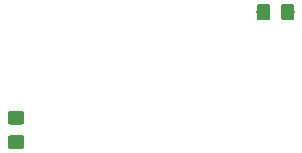
<source format=gbr>
G04 #@! TF.GenerationSoftware,KiCad,Pcbnew,(5.0.0-3-g5ebb6b6)*
G04 #@! TF.CreationDate,2018-12-28T22:49:47+00:00*
G04 #@! TF.ProjectId,Atomizer,41746F6D697A65722E6B696361645F70,rev?*
G04 #@! TF.SameCoordinates,Original*
G04 #@! TF.FileFunction,Paste,Bot*
G04 #@! TF.FilePolarity,Positive*
%FSLAX46Y46*%
G04 Gerber Fmt 4.6, Leading zero omitted, Abs format (unit mm)*
G04 Created by KiCad (PCBNEW (5.0.0-3-g5ebb6b6)) date Friday, 28 December 2018 at 22:49:47*
%MOMM*%
%LPD*%
G01*
G04 APERTURE LIST*
%ADD10C,0.100000*%
%ADD11C,1.150000*%
G04 APERTURE END LIST*
D10*
G04 #@! TO.C,R_LPF1*
G36*
X76674505Y-109526204D02*
X76698773Y-109529804D01*
X76722572Y-109535765D01*
X76745671Y-109544030D01*
X76767850Y-109554520D01*
X76788893Y-109567132D01*
X76808599Y-109581747D01*
X76826777Y-109598223D01*
X76843253Y-109616401D01*
X76857868Y-109636107D01*
X76870480Y-109657150D01*
X76880970Y-109679329D01*
X76889235Y-109702428D01*
X76895196Y-109726227D01*
X76898796Y-109750495D01*
X76900000Y-109774999D01*
X76900000Y-110425001D01*
X76898796Y-110449505D01*
X76895196Y-110473773D01*
X76889235Y-110497572D01*
X76880970Y-110520671D01*
X76870480Y-110542850D01*
X76857868Y-110563893D01*
X76843253Y-110583599D01*
X76826777Y-110601777D01*
X76808599Y-110618253D01*
X76788893Y-110632868D01*
X76767850Y-110645480D01*
X76745671Y-110655970D01*
X76722572Y-110664235D01*
X76698773Y-110670196D01*
X76674505Y-110673796D01*
X76650001Y-110675000D01*
X75749999Y-110675000D01*
X75725495Y-110673796D01*
X75701227Y-110670196D01*
X75677428Y-110664235D01*
X75654329Y-110655970D01*
X75632150Y-110645480D01*
X75611107Y-110632868D01*
X75591401Y-110618253D01*
X75573223Y-110601777D01*
X75556747Y-110583599D01*
X75542132Y-110563893D01*
X75529520Y-110542850D01*
X75519030Y-110520671D01*
X75510765Y-110497572D01*
X75504804Y-110473773D01*
X75501204Y-110449505D01*
X75500000Y-110425001D01*
X75500000Y-109774999D01*
X75501204Y-109750495D01*
X75504804Y-109726227D01*
X75510765Y-109702428D01*
X75519030Y-109679329D01*
X75529520Y-109657150D01*
X75542132Y-109636107D01*
X75556747Y-109616401D01*
X75573223Y-109598223D01*
X75591401Y-109581747D01*
X75611107Y-109567132D01*
X75632150Y-109554520D01*
X75654329Y-109544030D01*
X75677428Y-109535765D01*
X75701227Y-109529804D01*
X75725495Y-109526204D01*
X75749999Y-109525000D01*
X76650001Y-109525000D01*
X76674505Y-109526204D01*
X76674505Y-109526204D01*
G37*
D11*
X76200000Y-110100000D03*
D10*
G36*
X76674505Y-111576204D02*
X76698773Y-111579804D01*
X76722572Y-111585765D01*
X76745671Y-111594030D01*
X76767850Y-111604520D01*
X76788893Y-111617132D01*
X76808599Y-111631747D01*
X76826777Y-111648223D01*
X76843253Y-111666401D01*
X76857868Y-111686107D01*
X76870480Y-111707150D01*
X76880970Y-111729329D01*
X76889235Y-111752428D01*
X76895196Y-111776227D01*
X76898796Y-111800495D01*
X76900000Y-111824999D01*
X76900000Y-112475001D01*
X76898796Y-112499505D01*
X76895196Y-112523773D01*
X76889235Y-112547572D01*
X76880970Y-112570671D01*
X76870480Y-112592850D01*
X76857868Y-112613893D01*
X76843253Y-112633599D01*
X76826777Y-112651777D01*
X76808599Y-112668253D01*
X76788893Y-112682868D01*
X76767850Y-112695480D01*
X76745671Y-112705970D01*
X76722572Y-112714235D01*
X76698773Y-112720196D01*
X76674505Y-112723796D01*
X76650001Y-112725000D01*
X75749999Y-112725000D01*
X75725495Y-112723796D01*
X75701227Y-112720196D01*
X75677428Y-112714235D01*
X75654329Y-112705970D01*
X75632150Y-112695480D01*
X75611107Y-112682868D01*
X75591401Y-112668253D01*
X75573223Y-112651777D01*
X75556747Y-112633599D01*
X75542132Y-112613893D01*
X75529520Y-112592850D01*
X75519030Y-112570671D01*
X75510765Y-112547572D01*
X75504804Y-112523773D01*
X75501204Y-112499505D01*
X75500000Y-112475001D01*
X75500000Y-111824999D01*
X75501204Y-111800495D01*
X75504804Y-111776227D01*
X75510765Y-111752428D01*
X75519030Y-111729329D01*
X75529520Y-111707150D01*
X75542132Y-111686107D01*
X75556747Y-111666401D01*
X75573223Y-111648223D01*
X75591401Y-111631747D01*
X75611107Y-111617132D01*
X75632150Y-111604520D01*
X75654329Y-111594030D01*
X75677428Y-111585765D01*
X75701227Y-111579804D01*
X75725495Y-111576204D01*
X75749999Y-111575000D01*
X76650001Y-111575000D01*
X76674505Y-111576204D01*
X76674505Y-111576204D01*
G37*
D11*
X76200000Y-112150000D03*
G04 #@! TD*
D10*
G04 #@! TO.C,R_GAIN1*
G36*
X99545505Y-100456704D02*
X99569773Y-100460304D01*
X99593572Y-100466265D01*
X99616671Y-100474530D01*
X99638850Y-100485020D01*
X99659893Y-100497632D01*
X99679599Y-100512247D01*
X99697777Y-100528723D01*
X99714253Y-100546901D01*
X99728868Y-100566607D01*
X99741480Y-100587650D01*
X99751970Y-100609829D01*
X99760235Y-100632928D01*
X99766196Y-100656727D01*
X99769796Y-100680995D01*
X99771000Y-100705499D01*
X99771000Y-101605501D01*
X99769796Y-101630005D01*
X99766196Y-101654273D01*
X99760235Y-101678072D01*
X99751970Y-101701171D01*
X99741480Y-101723350D01*
X99728868Y-101744393D01*
X99714253Y-101764099D01*
X99697777Y-101782277D01*
X99679599Y-101798753D01*
X99659893Y-101813368D01*
X99638850Y-101825980D01*
X99616671Y-101836470D01*
X99593572Y-101844735D01*
X99569773Y-101850696D01*
X99545505Y-101854296D01*
X99521001Y-101855500D01*
X98870999Y-101855500D01*
X98846495Y-101854296D01*
X98822227Y-101850696D01*
X98798428Y-101844735D01*
X98775329Y-101836470D01*
X98753150Y-101825980D01*
X98732107Y-101813368D01*
X98712401Y-101798753D01*
X98694223Y-101782277D01*
X98677747Y-101764099D01*
X98663132Y-101744393D01*
X98650520Y-101723350D01*
X98640030Y-101701171D01*
X98631765Y-101678072D01*
X98625804Y-101654273D01*
X98622204Y-101630005D01*
X98621000Y-101605501D01*
X98621000Y-100705499D01*
X98622204Y-100680995D01*
X98625804Y-100656727D01*
X98631765Y-100632928D01*
X98640030Y-100609829D01*
X98650520Y-100587650D01*
X98663132Y-100566607D01*
X98677747Y-100546901D01*
X98694223Y-100528723D01*
X98712401Y-100512247D01*
X98732107Y-100497632D01*
X98753150Y-100485020D01*
X98775329Y-100474530D01*
X98798428Y-100466265D01*
X98822227Y-100460304D01*
X98846495Y-100456704D01*
X98870999Y-100455500D01*
X99521001Y-100455500D01*
X99545505Y-100456704D01*
X99545505Y-100456704D01*
G37*
D11*
X99196000Y-101155500D03*
D10*
G36*
X97495505Y-100456704D02*
X97519773Y-100460304D01*
X97543572Y-100466265D01*
X97566671Y-100474530D01*
X97588850Y-100485020D01*
X97609893Y-100497632D01*
X97629599Y-100512247D01*
X97647777Y-100528723D01*
X97664253Y-100546901D01*
X97678868Y-100566607D01*
X97691480Y-100587650D01*
X97701970Y-100609829D01*
X97710235Y-100632928D01*
X97716196Y-100656727D01*
X97719796Y-100680995D01*
X97721000Y-100705499D01*
X97721000Y-101605501D01*
X97719796Y-101630005D01*
X97716196Y-101654273D01*
X97710235Y-101678072D01*
X97701970Y-101701171D01*
X97691480Y-101723350D01*
X97678868Y-101744393D01*
X97664253Y-101764099D01*
X97647777Y-101782277D01*
X97629599Y-101798753D01*
X97609893Y-101813368D01*
X97588850Y-101825980D01*
X97566671Y-101836470D01*
X97543572Y-101844735D01*
X97519773Y-101850696D01*
X97495505Y-101854296D01*
X97471001Y-101855500D01*
X96820999Y-101855500D01*
X96796495Y-101854296D01*
X96772227Y-101850696D01*
X96748428Y-101844735D01*
X96725329Y-101836470D01*
X96703150Y-101825980D01*
X96682107Y-101813368D01*
X96662401Y-101798753D01*
X96644223Y-101782277D01*
X96627747Y-101764099D01*
X96613132Y-101744393D01*
X96600520Y-101723350D01*
X96590030Y-101701171D01*
X96581765Y-101678072D01*
X96575804Y-101654273D01*
X96572204Y-101630005D01*
X96571000Y-101605501D01*
X96571000Y-100705499D01*
X96572204Y-100680995D01*
X96575804Y-100656727D01*
X96581765Y-100632928D01*
X96590030Y-100609829D01*
X96600520Y-100587650D01*
X96613132Y-100566607D01*
X96627747Y-100546901D01*
X96644223Y-100528723D01*
X96662401Y-100512247D01*
X96682107Y-100497632D01*
X96703150Y-100485020D01*
X96725329Y-100474530D01*
X96748428Y-100466265D01*
X96772227Y-100460304D01*
X96796495Y-100456704D01*
X96820999Y-100455500D01*
X97471001Y-100455500D01*
X97495505Y-100456704D01*
X97495505Y-100456704D01*
G37*
D11*
X97146000Y-101155500D03*
G04 #@! TD*
M02*

</source>
